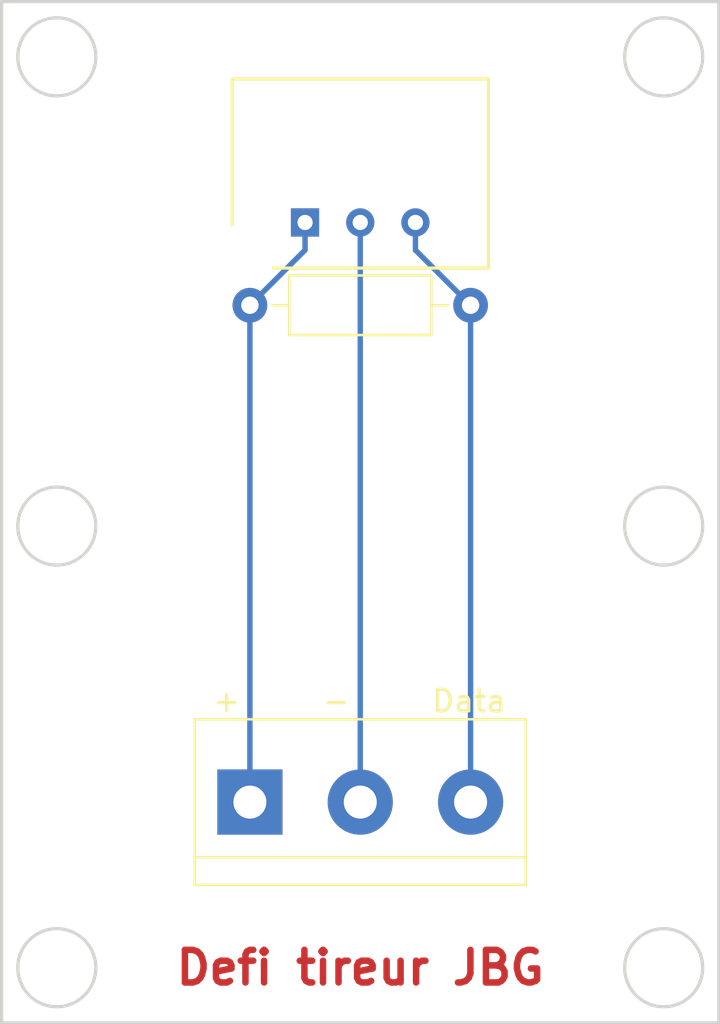
<source format=kicad_pcb>
(kicad_pcb (version 20171130) (host pcbnew 5.0.2+dfsg1-1)

  (general
    (thickness 1.6)
    (drawings 11)
    (tracks 7)
    (zones 0)
    (modules 3)
    (nets 1)
  )

  (page A4)
  (layers
    (0 F.Cu signal)
    (31 B.Cu signal)
    (32 B.Adhes user)
    (33 F.Adhes user)
    (34 B.Paste user)
    (35 F.Paste user)
    (36 B.SilkS user)
    (37 F.SilkS user)
    (38 B.Mask user)
    (39 F.Mask user)
    (40 Dwgs.User user)
    (41 Cmts.User user)
    (42 Eco1.User user)
    (43 Eco2.User user)
    (44 Edge.Cuts user)
    (45 Margin user)
    (46 B.CrtYd user)
    (47 F.CrtYd user)
    (48 B.Fab user)
    (49 F.Fab user)
  )

  (setup
    (last_trace_width 0.25)
    (trace_clearance 0.2)
    (zone_clearance 0.508)
    (zone_45_only no)
    (trace_min 0.2)
    (segment_width 0.2)
    (edge_width 0.15)
    (via_size 0.8)
    (via_drill 0.4)
    (via_min_size 0.4)
    (via_min_drill 0.3)
    (uvia_size 0.3)
    (uvia_drill 0.1)
    (uvias_allowed no)
    (uvia_min_size 0.2)
    (uvia_min_drill 0.1)
    (pcb_text_width 0.3)
    (pcb_text_size 1.5 1.5)
    (mod_edge_width 0.15)
    (mod_text_size 1 1)
    (mod_text_width 0.15)
    (pad_size 1.524 1.524)
    (pad_drill 0.762)
    (pad_to_mask_clearance 0.051)
    (solder_mask_min_width 0.25)
    (aux_axis_origin 0 0)
    (visible_elements FFFFFF7F)
    (pcbplotparams
      (layerselection 0x010fc_ffffffff)
      (usegerberextensions false)
      (usegerberattributes false)
      (usegerberadvancedattributes false)
      (creategerberjobfile false)
      (excludeedgelayer true)
      (linewidth 0.150000)
      (plotframeref false)
      (viasonmask false)
      (mode 1)
      (useauxorigin false)
      (hpglpennumber 1)
      (hpglpenspeed 20)
      (hpglpendiameter 15.000000)
      (psnegative false)
      (psa4output false)
      (plotreference true)
      (plotvalue true)
      (plotinvisibletext false)
      (padsonsilk false)
      (subtractmaskfromsilk false)
      (outputformat 1)
      (mirror false)
      (drillshape 0)
      (scaleselection 1)
      (outputdirectory "supoh137/"))
  )

  (net 0 "")

  (net_class Default "Ceci est la Netclass par défaut."
    (clearance 0.2)
    (trace_width 0.25)
    (via_dia 0.8)
    (via_drill 0.4)
    (uvia_dia 0.3)
    (uvia_drill 0.1)
  )

  (module Resistor_THT:R_Axial_DIN0207_L6.3mm_D2.5mm_P10.16mm_Horizontal (layer F.Cu) (tedit 60A3CE00) (tstamp 60A3D761)
    (at 45.72 43.18)
    (descr "Resistor, Axial_DIN0207 series, Axial, Horizontal, pin pitch=10.16mm, 0.25W = 1/4W, length*diameter=6.3*2.5mm^2, http://cdn-reichelt.de/documents/datenblatt/B400/1_4W%23YAG.pdf")
    (tags "Resistor Axial_DIN0207 series Axial Horizontal pin pitch 10.16mm 0.25W = 1/4W length 6.3mm diameter 2.5mm")
    (fp_text reference REF** (at 5.08 -2.37) (layer F.SilkS) hide
      (effects (font (size 1 1) (thickness 0.15)))
    )
    (fp_text value R_Axial_DIN0207_L6.3mm_D2.5mm_P10.16mm_Horizontal (at 5.08 2.37) (layer F.Fab) hide
      (effects (font (size 1 1) (thickness 0.15)))
    )
    (fp_text user 10k (at 5.08 0) (layer F.Fab)
      (effects (font (size 1 1) (thickness 0.15)))
    )
    (fp_line (start 11.21 -1.5) (end -1.05 -1.5) (layer F.CrtYd) (width 0.05))
    (fp_line (start 11.21 1.5) (end 11.21 -1.5) (layer F.CrtYd) (width 0.05))
    (fp_line (start -1.05 1.5) (end 11.21 1.5) (layer F.CrtYd) (width 0.05))
    (fp_line (start -1.05 -1.5) (end -1.05 1.5) (layer F.CrtYd) (width 0.05))
    (fp_line (start 9.12 0) (end 8.35 0) (layer F.SilkS) (width 0.12))
    (fp_line (start 1.04 0) (end 1.81 0) (layer F.SilkS) (width 0.12))
    (fp_line (start 8.35 -1.37) (end 1.81 -1.37) (layer F.SilkS) (width 0.12))
    (fp_line (start 8.35 1.37) (end 8.35 -1.37) (layer F.SilkS) (width 0.12))
    (fp_line (start 1.81 1.37) (end 8.35 1.37) (layer F.SilkS) (width 0.12))
    (fp_line (start 1.81 -1.37) (end 1.81 1.37) (layer F.SilkS) (width 0.12))
    (fp_line (start 10.16 0) (end 8.23 0) (layer F.Fab) (width 0.1))
    (fp_line (start 0 0) (end 1.93 0) (layer F.Fab) (width 0.1))
    (fp_line (start 8.23 -1.25) (end 1.93 -1.25) (layer F.Fab) (width 0.1))
    (fp_line (start 8.23 1.25) (end 8.23 -1.25) (layer F.Fab) (width 0.1))
    (fp_line (start 1.93 1.25) (end 8.23 1.25) (layer F.Fab) (width 0.1))
    (fp_line (start 1.93 -1.25) (end 1.93 1.25) (layer F.Fab) (width 0.1))
    (pad 2 thru_hole oval (at 10.16 0) (size 1.6 1.6) (drill 0.8) (layers *.Cu *.Mask))
    (pad 1 thru_hole circle (at 0 0) (size 1.6 1.6) (drill 0.8) (layers *.Cu *.Mask))
    (model ${KISYS3DMOD}/Resistor_THT.3dshapes/R_Axial_DIN0207_L6.3mm_D2.5mm_P10.16mm_Horizontal.wrl
      (at (xyz 0 0 0))
      (scale (xyz 1 1 1))
      (rotate (xyz 0 0 0))
    )
  )

  (module Package_SIP:SIP3_11.6x8.5mm (layer F.Cu) (tedit 60A3CD87) (tstamp 60A3DA53)
    (at 48.26 39.37)
    (descr RECOM,R78EXX,https://www.recom-power.com/pdf/Innoline/R-78Exx-0.5.pdf)
    (tags "SIP3 Regulator Module")
    (fp_text reference REF** (at 2.54 3.3 180) (layer F.SilkS) hide
      (effects (font (size 1 1) (thickness 0.15)))
    )
    (fp_text value SIP3_11.6x8.5mm (at 2.54 -8 180) (layer F.Fab) hide
      (effects (font (size 1 1) (thickness 0.15)))
    )
    (fp_line (start 8.64 2.3) (end 8.64 -6.8) (layer F.CrtYd) (width 0.05))
    (fp_line (start -3.56 2.3) (end -3.56 -6.8) (layer F.CrtYd) (width 0.05))
    (fp_line (start 8.64 -6.8) (end -3.56 -6.8) (layer F.CrtYd) (width 0.05))
    (fp_line (start 8.64 2.3) (end -3.56 2.3) (layer F.CrtYd) (width 0.05))
    (fp_text user OH137 (at 2.54 -2.7 180) (layer F.Fab)
      (effects (font (size 1 1) (thickness 0.15)))
    )
    (fp_line (start -3.26 0.5) (end -1.76 2) (layer F.Fab) (width 0.1))
    (fp_line (start 8.44 -6.6) (end 8.44 2.1) (layer F.SilkS) (width 0.15))
    (fp_line (start -3.36 -6.6) (end 8.44 -6.6) (layer F.SilkS) (width 0.15))
    (fp_line (start -3.36 0.1) (end -3.36 -6.6) (layer F.SilkS) (width 0.15))
    (fp_line (start -1.46 2.1) (end 8.44 2.1) (layer F.SilkS) (width 0.15))
    (fp_line (start 8.34 2) (end 8.34 -6.5) (layer F.Fab) (width 0.1))
    (fp_line (start 8.34 -6.5) (end -3.26 -6.5) (layer F.Fab) (width 0.1))
    (fp_line (start -3.26 -6.5) (end -3.26 0.5) (layer F.Fab) (width 0.1))
    (fp_line (start 8.34 2) (end -1.76 2) (layer F.Fab) (width 0.1))
    (pad 2 thru_hole circle (at 2.54 0 180) (size 1.3 1.3) (drill 0.7) (layers *.Cu *.Mask))
    (pad 1 thru_hole rect (at 0 0 270) (size 1.3 1.3) (drill 0.7) (layers *.Cu *.Mask))
    (pad 3 thru_hole circle (at 5.08 0 270) (size 1.3 1.3) (drill 0.7) (layers *.Cu *.Mask))
    (model ${KISYS3DMOD}/Package_SIP.3dshapes/SIP3_11.6x8.5mm.wrl
      (at (xyz 0 0 0))
      (scale (xyz 1 1 1))
      (rotate (xyz 0 0 0))
    )
  )

  (module TerminalBlock:TerminalBlock_bornier-3_P5.08mm (layer F.Cu) (tedit 60A3CE79) (tstamp 60A3DCDB)
    (at 45.72 66.04)
    (descr "simple 3-pin terminal block, pitch 5.08mm, revamped version of bornier3")
    (tags "terminal block bornier3")
    (fp_text reference "+     -     Data" (at 5.05 -4.65) (layer F.SilkS)
      (effects (font (size 1 1) (thickness 0.15)))
    )
    (fp_text value TerminalBlock_bornier-3_P5.08mm (at 5.08 5.08) (layer F.Fab) hide
      (effects (font (size 1 1) (thickness 0.15)))
    )
    (fp_line (start 12.88 4) (end -2.72 4) (layer F.CrtYd) (width 0.05))
    (fp_line (start 12.88 4) (end 12.88 -4) (layer F.CrtYd) (width 0.05))
    (fp_line (start -2.72 -4) (end -2.72 4) (layer F.CrtYd) (width 0.05))
    (fp_line (start -2.72 -4) (end 12.88 -4) (layer F.CrtYd) (width 0.05))
    (fp_line (start -2.54 3.81) (end 12.7 3.81) (layer F.SilkS) (width 0.12))
    (fp_line (start -2.54 -3.81) (end 12.7 -3.81) (layer F.SilkS) (width 0.12))
    (fp_line (start -2.54 2.54) (end 12.7 2.54) (layer F.SilkS) (width 0.12))
    (fp_line (start 12.7 3.81) (end 12.7 -3.81) (layer F.SilkS) (width 0.12))
    (fp_line (start -2.54 3.81) (end -2.54 -3.81) (layer F.SilkS) (width 0.12))
    (fp_line (start -2.47 3.75) (end -2.47 -3.75) (layer F.Fab) (width 0.1))
    (fp_line (start 12.63 3.75) (end -2.47 3.75) (layer F.Fab) (width 0.1))
    (fp_line (start 12.63 -3.75) (end 12.63 3.75) (layer F.Fab) (width 0.1))
    (fp_line (start -2.47 -3.75) (end 12.63 -3.75) (layer F.Fab) (width 0.1))
    (fp_line (start -2.47 2.55) (end 12.63 2.55) (layer F.Fab) (width 0.1))
    (fp_text user %R (at 5.08 0) (layer F.Fab)
      (effects (font (size 1 1) (thickness 0.15)))
    )
    (pad 3 thru_hole circle (at 10.16 0) (size 3 3) (drill 1.52) (layers *.Cu *.Mask))
    (pad 2 thru_hole circle (at 5.08 0) (size 3 3) (drill 1.52) (layers *.Cu *.Mask))
    (pad 1 thru_hole rect (at 0 0) (size 3 3) (drill 1.52) (layers *.Cu *.Mask))
    (model ${KISYS3DMOD}/TerminalBlock.3dshapes/TerminalBlock_bornier-3_P5.08mm.wrl
      (offset (xyz 5.079999923706055 0 0))
      (scale (xyz 1 1 1))
      (rotate (xyz 0 0 0))
    )
  )

  (gr_text "Defi tireur JBG" (at 50.8 73.66) (layer F.Cu)
    (effects (font (size 1.5 1.5) (thickness 0.3)))
  )
  (gr_circle (center 36.83 53.34) (end 38.1 54.61) (layer Edge.Cuts) (width 0.15) (tstamp 60A3DE97))
  (gr_circle (center 64.77 53.34) (end 66.04 54.61) (layer Edge.Cuts) (width 0.15) (tstamp 60A3DE91))
  (gr_circle (center 64.77 31.75) (end 66.04 33.02) (layer Edge.Cuts) (width 0.15) (tstamp 60A3DE8A))
  (gr_circle (center 64.77 73.66) (end 66.04 74.93) (layer Edge.Cuts) (width 0.15) (tstamp 60A3DE88))
  (gr_circle (center 36.83 73.66) (end 38.1 74.93) (layer Edge.Cuts) (width 0.15) (tstamp 60A3DE86))
  (gr_circle (center 36.83 31.75) (end 38.1 33.02) (layer Edge.Cuts) (width 0.15))
  (gr_line (start 67.31 29.21) (end 34.29 29.21) (layer Edge.Cuts) (width 0.15))
  (gr_line (start 67.31 76.2) (end 67.31 29.21) (layer Edge.Cuts) (width 0.15))
  (gr_line (start 34.29 76.2) (end 67.31 76.2) (layer Edge.Cuts) (width 0.15))
  (gr_line (start 34.29 29.21) (end 34.29 76.2) (layer Edge.Cuts) (width 0.15))

  (segment (start 48.26 40.64) (end 45.72 43.18) (width 0.25) (layer B.Cu) (net 0))
  (segment (start 48.26 39.37) (end 48.26 40.64) (width 0.25) (layer B.Cu) (net 0))
  (segment (start 45.72 43.18) (end 45.72 66.04) (width 0.25) (layer B.Cu) (net 0))
  (segment (start 53.34 40.64) (end 55.88 43.18) (width 0.25) (layer B.Cu) (net 0))
  (segment (start 53.34 39.37) (end 53.34 40.64) (width 0.25) (layer B.Cu) (net 0))
  (segment (start 55.88 43.18) (end 55.88 66.04) (width 0.25) (layer B.Cu) (net 0))
  (segment (start 50.8 39.37) (end 50.8 66.04) (width 0.25) (layer B.Cu) (net 0))

)

</source>
